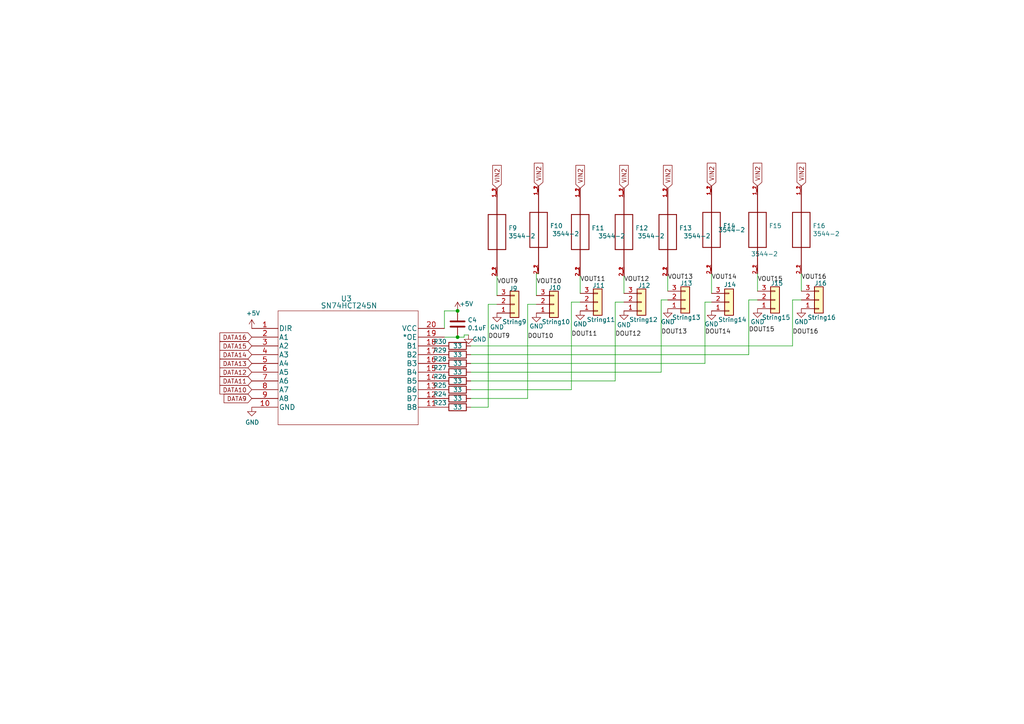
<source format=kicad_sch>
(kicad_sch (version 20211123) (generator eeschema)
  (paper "A4")
  (title_block (title "Pi_Zero_W_16") (date "2022-08-20") (rev "v1") (company "Scott Hanson"))
  (lib_symbols
    (symbol "Connector_Generic:Conn_01x03" (pin_names (offset 1.016) hide)
      (property "Reference" "J" (at 0 5.08 0))
      (property "Value" "Conn_01x03" (at 0 -5.08 0))
      (symbol "Conn_01x03_1_1"
        (rectangle (start -1.27 -2.413) (end 0 -2.667) (stroke (width 0.1524)))
        (rectangle (start -1.27 0.127) (end 0 -0.127) (stroke (width 0.1524)))
        (rectangle (start -1.27 2.667) (end 0 2.413) (stroke (width 0.1524)))
        (rectangle (start -1.27 3.81) (end 1.27 -3.81) (stroke (width 0.254)) (fill (type background)))
        (pin passive line (at -5.08 2.54 0) (length 3.81) (name "Pin_1") (number "1"))
        (pin passive line (at -5.08 0 0) (length 3.81) (name "Pin_2") (number "2"))
        (pin passive line (at -5.08 -2.54 0) (length 3.81) (name "Pin_3") (number "3"))
      )
    )
    (symbol "Device:R" (pin_numbers hide) (pin_names (offset 0))
      (property "Reference" "R" (at 2.032 0 90))
      (property "Value" "R" (at 0 0 90))
      (symbol "R_0_1"
        (rectangle (start -1.016 -2.54) (end 1.016 2.54) (stroke (width 0.254)))
      )
      (symbol "R_1_1"
        (pin passive line (at 0 3.81 270) (length 1.27) (name "~") (number "1"))
        (pin passive line (at 0 -3.81 90) (length 1.27) (name "~") (number "2"))
      )
    )
    (symbol "Pi_Zero_W_16-rescue:3544-2-Keystone_Fuse" (pin_names (offset 1.016) hide)
      (property "Reference" "F" (at -5.08 3.302 0))
      (property "Value" "3544-2-Keystone_Fuse" (at -5.08 -5.08 0))
      (symbol "3544-2-Keystone_Fuse_0_0"
        (polyline (pts (xy -12.7 0) (xy 12.7 0)) (stroke (width 0.254)))
        (polyline (pts (xy -5.08 -2.54) (xy -5.08 2.54)) (stroke (width 0.254)))
        (polyline (pts (xy -5.08 2.54) (xy 5.08 2.54)) (stroke (width 0.254)))
        (polyline (pts (xy 5.08 -2.54) (xy -5.08 -2.54)) (stroke (width 0.254)))
        (polyline (pts (xy 5.08 2.54) (xy 5.08 -2.54)) (stroke (width 0.254)))
        (pin passive line (at -12.7 0 0) (length 2.54) (name "1") (number "1_1"))
        (pin passive line (at -12.7 0 0) (length 2.54) (name "1") (number "1_2"))
        (pin passive line (at 12.7 0 180) (length 2.54) (name "2") (number "2_1"))
        (pin passive line (at 12.7 0 180) (length 2.54) (name "2") (number "2_2"))
      )
    )
    (symbol "Pi_Zero_W_16-rescue:C-Device" (pin_numbers hide) (pin_names (offset 0.254))
      (property "Reference" "C" (at 0.635 2.54 0))
      (property "Value" "C-Device" (at 0.635 -2.54 0))
      (symbol "C-Device_0_1"
        (polyline (pts (xy -2.032 -0.762) (xy 2.032 -0.762)) (stroke (width 0.508)))
        (polyline (pts (xy -2.032 0.762) (xy 2.032 0.762)) (stroke (width 0.508)))
      )
      (symbol "C-Device_1_1"
        (pin passive line (at 0 3.81 270) (length 2.794) (name "~") (number "1"))
        (pin passive line (at 0 -3.81 90) (length 2.794) (name "~") (number "2"))
      )
    )
    (symbol "Pi_Zero_W_16-rescue:SN74HCT245N-SN74HCT245N" (pin_names (offset 0.254))
      (property "Reference" "U" (at 27.94 10.16 0))
      (property "Value" "SN74HCT245N-SN74HCT245N" (at 27.94 7.62 0))
      (symbol "SN74HCT245N-SN74HCT245N_1_0"
        (polyline (pts (xy 7.62 -27.94) (xy 48.26 -27.94)) (stroke (width 0.127)))
        (polyline (pts (xy 7.62 5.08) (xy 7.62 -27.94)) (stroke (width 0.127)))
        (polyline (pts (xy 48.26 -27.94) (xy 48.26 5.08)) (stroke (width 0.127)))
        (polyline (pts (xy 48.26 5.08) (xy 7.62 5.08)) (stroke (width 0.127)))
        (pin input line (at 0 0 0) (length 7.62) (name "DIR") (number "1"))
        (pin power_in line (at 0 -22.86 0) (length 7.62) (name "GND") (number "10"))
        (pin bidirectional line (at 55.88 -22.86 180) (length 7.62) (name "B8") (number "11"))
        (pin bidirectional line (at 55.88 -20.32 180) (length 7.62) (name "B7") (number "12"))
        (pin bidirectional line (at 55.88 -17.78 180) (length 7.62) (name "B6") (number "13"))
        (pin bidirectional line (at 55.88 -15.24 180) (length 7.62) (name "B5") (number "14"))
        (pin bidirectional line (at 55.88 -12.7 180) (length 7.62) (name "B4") (number "15"))
        (pin bidirectional line (at 55.88 -10.16 180) (length 7.62) (name "B3") (number "16"))
        (pin bidirectional line (at 55.88 -7.62 180) (length 7.62) (name "B2") (number "17"))
        (pin bidirectional line (at 55.88 -5.08 180) (length 7.62) (name "B1") (number "18"))
        (pin input line (at 55.88 -2.54 180) (length 7.62) (name "*OE") (number "19"))
        (pin bidirectional line (at 0 -2.54 0) (length 7.62) (name "A1") (number "2"))
        (pin power_in line (at 55.88 0 180) (length 7.62) (name "VCC") (number "20"))
        (pin bidirectional line (at 0 -5.08 0) (length 7.62) (name "A2") (number "3"))
        (pin bidirectional line (at 0 -7.62 0) (length 7.62) (name "A3") (number "4"))
        (pin bidirectional line (at 0 -10.16 0) (length 7.62) (name "A4") (number "5"))
        (pin bidirectional line (at 0 -12.7 0) (length 7.62) (name "A5") (number "6"))
        (pin bidirectional line (at 0 -15.24 0) (length 7.62) (name "A6") (number "7"))
        (pin bidirectional line (at 0 -17.78 0) (length 7.62) (name "A7") (number "8"))
        (pin bidirectional line (at 0 -20.32 0) (length 7.62) (name "A8") (number "9"))
      )
    )
    (symbol "power:+5V" (power) (pin_names (offset 0))
      (property "Value" "+5V" (at 0 3.556 0))
      (symbol "+5V_0_1"
        (polyline (pts (xy -0.762 1.27) (xy 0 2.54)))
        (polyline (pts (xy 0 0) (xy 0 2.54)))
        (polyline (pts (xy 0 2.54) (xy 0.762 1.27)))
      )
      (symbol "+5V_1_1"
        (pin power_in line (at 0 0 90) (length 0) hide (name "+5V") (number "1"))
      )
    )
    (symbol "power:GND" (power) (pin_names (offset 0))
      (property "Value" "GND" (at 0 -3.81 0))
      (symbol "GND_0_1"
        (polyline (pts (xy 0 0) (xy 0 -1.27) (xy 1.27 -1.27) (xy 0 -2.54) (xy -1.27 -1.27) (xy 0 -1.27)))
      )
      (symbol "GND_1_1"
        (pin power_in line (at 0 0 270) (length 0) hide (name "GND") (number "1"))
      )
    )
  )
  (junction (at 132.715 97.79))
  (junction (at 132.715 90.17))
  (wire (pts (xy 141.605 88.265) (xy 141.605 118.11)))
  (wire (pts (xy 165.735 87.63) (xy 168.275 87.63)))
  (wire (pts (xy 232.41 84.455) (xy 232.41 79.375)))
  (wire (pts (xy 132.715 97.79) (xy 128.905 97.79)))
  (wire (pts (xy 229.87 86.995) (xy 229.87 100.33)))
  (wire (pts (xy 155.575 79.375) (xy 156.21 79.375)))
  (wire (pts (xy 206.375 87.63) (xy 204.47 87.63)))
  (wire (pts (xy 178.435 87.63) (xy 178.435 110.49)))
  (wire (pts (xy 191.77 107.95) (xy 191.77 86.995)))
  (wire (pts (xy 141.605 88.265) (xy 144.145 88.265)))
  (wire (pts (xy 136.525 102.87) (xy 217.17 102.87)))
  (wire (pts (xy 136.525 110.49) (xy 178.435 110.49)))
  (wire (pts (xy 180.975 87.63) (xy 178.435 87.63)))
  (wire (pts (xy 136.525 100.33) (xy 229.87 100.33)))
  (wire (pts (xy 193.675 84.455) (xy 193.675 80.01)))
  (wire (pts (xy 134.62 97.79) (xy 132.715 97.79)))
  (wire (pts (xy 204.47 87.63) (xy 204.47 105.41)))
  (wire (pts (xy 232.41 86.995) (xy 229.87 86.995)))
  (wire (pts (xy 206.375 79.375) (xy 206.375 85.09)))
  (wire (pts (xy 144.145 80.01) (xy 144.145 85.725)))
  (wire (pts (xy 165.735 113.03) (xy 165.735 87.63)))
  (wire (pts (xy 155.575 88.265) (xy 153.035 88.265)))
  (wire (pts (xy 219.71 79.375) (xy 219.71 84.455)))
  (wire (pts (xy 136.525 105.41) (xy 204.47 105.41)))
  (wire (pts (xy 168.275 80.01) (xy 168.275 85.09)))
  (wire (pts (xy 136.525 113.03) (xy 165.735 113.03)))
  (wire (pts (xy 132.715 90.17) (xy 128.905 90.17)))
  (wire (pts (xy 180.975 85.09) (xy 180.975 80.01)))
  (wire (pts (xy 136.525 115.57) (xy 153.035 115.57)))
  (wire (pts (xy 217.17 86.995) (xy 219.71 86.995)))
  (wire (pts (xy 128.905 90.17) (xy 128.905 95.25)))
  (wire (pts (xy 191.77 86.995) (xy 193.675 86.995)))
  (wire (pts (xy 136.525 107.95) (xy 191.77 107.95)))
  (wire (pts (xy 135.89 97.155) (xy 134.62 97.155)))
  (wire (pts (xy 155.575 85.725) (xy 155.575 79.375)))
  (wire (pts (xy 136.525 118.11) (xy 141.605 118.11)))
  (wire (pts (xy 134.62 97.155) (xy 134.62 97.79)))
  (wire (pts (xy 153.035 88.265) (xy 153.035 115.57)))
  (wire (pts (xy 217.17 102.87) (xy 217.17 86.995)))
  (label "DOUT16" (at 229.87 97.155 0))
  (label "VOUT13" (at 193.675 81.28 0))
  (label "DOUT11" (at 165.735 97.79 0))
  (label "DOUT9" (at 141.605 98.425 0))
  (label "VOUT12" (at 180.975 81.915 0))
  (label "VOUT16" (at 232.41 81.28 0))
  (label "DOUT14" (at 204.47 97.155 0))
  (label "DOUT15" (at 217.17 96.52 0))
  (label "VOUT11" (at 168.275 81.915 0))
  (label "DOUT12" (at 178.435 97.79 0))
  (label "DOUT13" (at 191.77 97.155 0))
  (label "VOUT14" (at 206.375 81.28 0))
  (label "DOUT10" (at 153.035 98.425 0))
  (label "VOUT9" (at 144.145 82.55 0))
  (label "VOUT10" (at 155.575 82.55 0))
  (label "VOUT15" (at 219.71 81.915 0))
  (global_label "DATA10" (shape input) (at 73.025 113.03 180) (property "Intersheet References" "${INTERSHEET_REFS}" (effects hide)))
  (global_label "DATA13" (shape input) (at 73.025 105.41 180) (property "Intersheet References" "${INTERSHEET_REFS}" (effects hide)))
  (global_label "DATA12" (shape input) (at 73.025 107.95 180) (property "Intersheet References" "${INTERSHEET_REFS}" (effects hide)))
  (global_label "VIN2" (shape input) (at 156.21 53.975 90) (property "Intersheet References" "${INTERSHEET_REFS}" (effects hide)))
  (global_label "VIN2" (shape input) (at 232.41 53.975 90) (property "Intersheet References" "${INTERSHEET_REFS}" (effects hide)))
  (global_label "VIN2" (shape input) (at 219.71 53.975 90) (property "Intersheet References" "${INTERSHEET_REFS}" (effects hide)))
  (global_label "DATA11" (shape input) (at 73.025 110.49 180) (property "Intersheet References" "${INTERSHEET_REFS}" (effects hide)))
  (global_label "VIN2" (shape input) (at 144.145 54.61 90) (property "Intersheet References" "${INTERSHEET_REFS}" (effects hide)))
  (global_label "VIN2" (shape input) (at 168.275 54.61 90) (property "Intersheet References" "${INTERSHEET_REFS}" (effects hide)))
  (global_label "DATA16" (shape input) (at 73.025 97.79 180) (property "Intersheet References" "${INTERSHEET_REFS}" (effects hide)))
  (global_label "DATA9" (shape input) (at 73.025 115.57 180) (property "Intersheet References" "${INTERSHEET_REFS}" (effects hide)))
  (global_label "VIN2" (shape input) (at 193.675 54.61 90) (property "Intersheet References" "${INTERSHEET_REFS}" (effects hide)))
  (global_label "DATA14" (shape input) (at 73.025 102.87 180) (property "Intersheet References" "${INTERSHEET_REFS}" (effects hide)))
  (global_label "DATA15" (shape input) (at 73.025 100.33 180) (property "Intersheet References" "${INTERSHEET_REFS}" (effects hide)))
  (global_label "VIN2" (shape input) (at 180.975 54.61 90) (property "Intersheet References" "${INTERSHEET_REFS}" (effects hide)))
  (global_label "VIN2" (shape input) (at 206.375 53.975 90) (property "Intersheet References" "${INTERSHEET_REFS}" (effects hide)))
  (symbol (lib_id "Connector_Generic:Conn_01x03") (at 149.225 88.265 0) (mirror x) (unit 1)
    (property "Reference" "J9" (at 147.701 83.693 0) (effects (justify left)))
    (property "Value" "String9" (at 145.669 93.345 0) (effects (justify left)))
    (property "Footprint" "Scotts:PhoenixContact_MCV_3.81mm_3.5mm_1x03_Vertical" (effects hide))
    (property "Digi-Key_PN" "277-5737-ND/ED10555-ND" (effects hide))
    (property "MPN" "1843619/OSTTJ0311530" (effects hide))
    (property "LCSC" "C192778" (effects hide))
  )
  (symbol (lib_id "Connector_Generic:Conn_01x03") (at 160.655 88.265 0) (mirror x) (unit 1)
    (property "Reference" "J10" (at 159.131 83.439 0) (effects (justify left)))
    (property "Value" "String10" (at 157.099 93.345 0) (effects (justify left)))
    (property "Footprint" "Scotts:PhoenixContact_MCV_3.81mm_3.5mm_1x03_Vertical" (effects hide))
    (property "Digi-Key_PN" "277-5737-ND/ED10555-ND" (effects hide))
    (property "MPN" "1843619/OSTTJ0311530" (effects hide))
    (property "LCSC" "C192778" (effects hide))
  )
  (symbol (lib_id "Connector_Generic:Conn_01x03") (at 173.355 87.63 0) (mirror x) (unit 1)
    (property "Reference" "J11" (at 171.831 82.804 0) (effects (justify left)))
    (property "Value" "String11" (at 170.18 92.71 0) (effects (justify left)))
    (property "Footprint" "Scotts:PhoenixContact_MCV_3.81mm_3.5mm_1x03_Vertical" (effects hide))
    (property "Digi-Key_PN" "277-5737-ND/ED10555-ND" (effects hide))
    (property "MPN" "1843619/OSTTJ0311530" (effects hide))
    (property "LCSC" "C192778" (effects hide))
  )
  (symbol (lib_id "Connector_Generic:Conn_01x03") (at 186.055 87.63 0) (mirror x) (unit 1)
    (property "Reference" "J12" (at 185.039 82.804 0) (effects (justify left)))
    (property "Value" "String12" (at 182.499 92.71 0) (effects (justify left)))
    (property "Footprint" "Scotts:PhoenixContact_MCV_3.81mm_3.5mm_1x03_Vertical" (effects hide))
    (property "Digi-Key_PN" "277-5737-ND/ED10555-ND" (effects hide))
    (property "MPN" "1843619/OSTTJ0311530" (effects hide))
    (property "LCSC" "C192778" (effects hide))
  )
  (symbol (lib_id "Connector_Generic:Conn_01x03") (at 198.755 86.995 0) (mirror x) (unit 1)
    (property "Reference" "J13" (at 197.231 82.169 0) (effects (justify left)))
    (property "Value" "String13" (at 194.945 92.075 0) (effects (justify left)))
    (property "Footprint" "Scotts:PhoenixContact_MCV_3.81mm_3.5mm_1x03_Vertical" (effects hide))
    (property "Digi-Key_PN" "277-5737-ND/ED10555-ND" (effects hide))
    (property "MPN" "1843619/OSTTJ0311530" (effects hide))
    (property "LCSC" "C192778" (effects hide))
  )
  (symbol (lib_id "Connector_Generic:Conn_01x03") (at 211.455 87.63 0) (mirror x) (unit 1)
    (property "Reference" "J14" (at 209.931 82.55 0) (effects (justify left)))
    (property "Value" "String14" (at 208.28 92.71 0) (effects (justify left)))
    (property "Footprint" "Scotts:PhoenixContact_MCV_3.81mm_3.5mm_1x03_Vertical" (effects hide))
    (property "Digi-Key_PN" "277-5737-ND/ED10555-ND" (effects hide))
    (property "MPN" "1843619/OSTTJ0311530" (effects hide))
    (property "LCSC" "C192778" (effects hide))
  )
  (symbol (lib_id "Connector_Generic:Conn_01x03") (at 224.79 86.995 0) (mirror x) (unit 1)
    (property "Reference" "J15" (at 223.52 82.169 0) (effects (justify left)))
    (property "Value" "String15" (at 220.98 92.075 0) (effects (justify left)))
    (property "Footprint" "Scotts:PhoenixContact_MCV_3.81mm_3.5mm_1x03_Vertical" (effects hide))
    (property "Digi-Key_PN" "277-5737-ND/ED10555-ND" (effects hide))
    (property "MPN" "1843619/OSTTJ0311530" (effects hide))
    (property "LCSC" "C192778" (effects hide))
  )
  (symbol (lib_id "Connector_Generic:Conn_01x03") (at 237.49 86.995 0) (mirror x) (unit 1)
    (property "Reference" "J16" (at 236.22 82.169 0) (effects (justify left)))
    (property "Value" "String16" (at 234.188 92.075 0) (effects (justify left)))
    (property "Footprint" "Scotts:PhoenixContact_MCV_3.81mm_3.5mm_1x03_Vertical" (effects hide))
    (property "Digi-Key_PN" "277-5737-ND/ED10555-ND" (effects hide))
    (property "MPN" "1843619/OSTTJ0311530" (effects hide))
    (property "LCSC" "C192778" (effects hide))
  )
  (symbol (lib_id "power:GND") (at 144.145 90.805 0) (unit 1)
    (property "Reference" "#PWR024" (effects hide))
    (property "Value" "GND" (at 144.145 94.869 0))
  )
  (symbol (lib_id "power:GND") (at 155.575 90.805 0) (unit 1)
    (property "Reference" "#PWR025" (effects hide))
    (property "Value" "GND" (at 155.575 94.615 0))
  )
  (symbol (lib_id "power:GND") (at 168.275 90.17 0) (unit 1)
    (property "Reference" "#PWR026" (effects hide))
    (property "Value" "GND" (at 168.275 93.98 0))
  )
  (symbol (lib_id "power:GND") (at 180.975 90.17 0) (unit 1)
    (property "Reference" "#PWR027" (effects hide))
    (property "Value" "GND" (at 180.975 94.234 0))
  )
  (symbol (lib_id "power:GND") (at 193.675 89.535 0) (unit 1)
    (property "Reference" "#PWR028" (effects hide))
    (property "Value" "GND" (at 193.675 93.345 0))
  )
  (symbol (lib_id "power:GND") (at 206.375 90.17 0) (unit 1)
    (property "Reference" "#PWR029" (effects hide))
    (property "Value" "GND" (at 206.375 93.98 0))
  )
  (symbol (lib_id "power:GND") (at 219.71 89.535 0) (unit 1)
    (property "Reference" "#PWR030" (effects hide))
    (property "Value" "GND" (at 219.71 93.345 0))
  )
  (symbol (lib_id "power:GND") (at 232.41 89.535 0) (unit 1)
    (property "Reference" "#PWR031" (effects hide))
    (property "Value" "GND" (at 232.41 93.345 0))
  )
  (symbol (lib_id "Pi_Zero_W_16-rescue:3544-2-Keystone_Fuse") (at 156.21 66.675 270) (unit 1)
    (property "Reference" "F10" (at 159.512 65.5066 90) (effects (justify left)))
    (property "Value" "3544-2" (at 160.147 67.818 90) (effects (justify left)))
    (property "Footprint" "Scotts:FUSE_3544-2" (effects hide))
    (property "Field4" "3544-2" (effects hide))
    (property "Field5" "None" (effects hide))
    (property "Field6" "Unavailable" (effects hide))
    (property "Field7" "Fuse Clip; 500 VAC; 30 A; PCB; For 0.110 in. x 0.032 in. mini blade fuses" (effects hide))
    (property "Field8" "Keystone Electronics" (effects hide))
    (property "Digi-Key_PN" "36-3544-2-ND" (effects hide))
    (property "MPN" "3544-2" (effects hide))
    (property "LCSC" "C492610" (effects hide))
  )
  (symbol (lib_id "Pi_Zero_W_16-rescue:3544-2-Keystone_Fuse") (at 168.275 67.31 270) (unit 1)
    (property "Reference" "F11" (at 171.577 66.1416 90) (effects (justify left)))
    (property "Value" "3544-2" (at 173.482 68.453 90) (effects (justify left)))
    (property "Footprint" "Scotts:FUSE_3544-2" (effects hide))
    (property "Field4" "3544-2" (effects hide))
    (property "Field5" "None" (effects hide))
    (property "Field6" "Unavailable" (effects hide))
    (property "Field7" "Fuse Clip; 500 VAC; 30 A; PCB; For 0.110 in. x 0.032 in. mini blade fuses" (effects hide))
    (property "Field8" "Keystone Electronics" (effects hide))
    (property "Digi-Key_PN" "36-3544-2-ND" (effects hide))
    (property "MPN" "3544-2" (effects hide))
    (property "LCSC" "C492610" (effects hide))
  )
  (symbol (lib_id "Pi_Zero_W_16-rescue:3544-2-Keystone_Fuse") (at 180.975 67.31 270) (unit 1)
    (property "Reference" "F12" (at 184.277 66.1416 90) (effects (justify left)))
    (property "Value" "3544-2" (at 184.912 68.453 90) (effects (justify left)))
    (property "Footprint" "Scotts:FUSE_3544-2" (effects hide))
    (property "Field4" "3544-2" (effects hide))
    (property "Field5" "None" (effects hide))
    (property "Field6" "Unavailable" (effects hide))
    (property "Field7" "Fuse Clip; 500 VAC; 30 A; PCB; For 0.110 in. x 0.032 in. mini blade fuses" (effects hide))
    (property "Field8" "Keystone Electronics" (effects hide))
    (property "Digi-Key_PN" "36-3544-2-ND" (effects hide))
    (property "MPN" "3544-2" (effects hide))
    (property "LCSC" "C492610" (effects hide))
  )
  (symbol (lib_id "Pi_Zero_W_16-rescue:3544-2-Keystone_Fuse") (at 193.675 67.31 270) (unit 1)
    (property "Reference" "F13" (at 196.977 66.1416 90) (effects (justify left)))
    (property "Value" "3544-2" (at 198.247 68.453 90) (effects (justify left)))
    (property "Footprint" "Scotts:FUSE_3544-2" (effects hide))
    (property "Field4" "3544-2" (effects hide))
    (property "Field5" "None" (effects hide))
    (property "Field6" "Unavailable" (effects hide))
    (property "Field7" "Fuse Clip; 500 VAC; 30 A; PCB; For 0.110 in. x 0.032 in. mini blade fuses" (effects hide))
    (property "Field8" "Keystone Electronics" (effects hide))
    (property "Digi-Key_PN" "36-3544-2-ND" (effects hide))
    (property "MPN" "3544-2" (effects hide))
    (property "LCSC" "C492610" (effects hide))
  )
  (symbol (lib_id "Pi_Zero_W_16-rescue:3544-2-Keystone_Fuse") (at 206.375 66.675 270) (unit 1)
    (property "Reference" "F14" (at 209.677 65.5066 90) (effects (justify left)))
    (property "Value" "3544-2" (at 208.28 66.675 90) (effects (justify left)))
    (property "Footprint" "Scotts:FUSE_3544-2" (effects hide))
    (property "Field4" "3544-2" (effects hide))
    (property "Field5" "None" (effects hide))
    (property "Field6" "Unavailable" (effects hide))
    (property "Field7" "Fuse Clip; 500 VAC; 30 A; PCB; For 0.110 in. x 0.032 in. mini blade fuses" (effects hide))
    (property "Field8" "Keystone Electronics" (effects hide))
    (property "Digi-Key_PN" "36-3544-2-ND" (effects hide))
    (property "MPN" "3544-2" (effects hide))
    (property "LCSC" "C492610" (effects hide))
  )
  (symbol (lib_id "Pi_Zero_W_16-rescue:3544-2-Keystone_Fuse") (at 219.71 66.675 270) (unit 1)
    (property "Reference" "F15" (at 223.012 65.5066 90) (effects (justify left)))
    (property "Value" "3544-2" (at 217.805 73.66 90) (effects (justify left)))
    (property "Footprint" "Scotts:FUSE_3544-2" (effects hide))
    (property "Field4" "3544-2" (effects hide))
    (property "Field5" "None" (effects hide))
    (property "Field6" "Unavailable" (effects hide))
    (property "Field7" "Fuse Clip; 500 VAC; 30 A; PCB; For 0.110 in. x 0.032 in. mini blade fuses" (effects hide))
    (property "Field8" "Keystone Electronics" (effects hide))
    (property "Digi-Key_PN" "36-3544-2-ND" (effects hide))
    (property "MPN" "3544-2" (effects hide))
    (property "LCSC" "C492610" (effects hide))
  )
  (symbol (lib_id "Pi_Zero_W_16-rescue:3544-2-Keystone_Fuse") (at 232.41 66.675 270) (unit 1)
    (property "Reference" "F16" (at 235.712 65.5066 90) (effects (justify left)))
    (property "Value" "3544-2" (at 235.712 67.818 90) (effects (justify left)))
    (property "Footprint" "Scotts:FUSE_3544-2" (effects hide))
    (property "Field4" "3544-2" (effects hide))
    (property "Field5" "None" (effects hide))
    (property "Field6" "Unavailable" (effects hide))
    (property "Field7" "Fuse Clip; 500 VAC; 30 A; PCB; For 0.110 in. x 0.032 in. mini blade fuses" (effects hide))
    (property "Field8" "Keystone Electronics" (effects hide))
    (property "Digi-Key_PN" "36-3544-2-ND" (effects hide))
    (property "MPN" "3544-2" (effects hide))
    (property "LCSC" "C492610" (effects hide))
  )
  (symbol (lib_id "power:GND") (at 135.89 97.155 0) (unit 1)
    (property "Reference" "#PWR023" (effects hide))
    (property "Value" "GND" (at 139.065 98.425 0))
  )
  (symbol (lib_id "power:+5V") (at 73.025 95.25 0) (unit 1)
    (property "Reference" "#PWR020" (effects hide))
    (property "Value" "+5V" (at 73.406 90.8558 0))
  )
  (symbol (lib_id "power:GND") (at 73.025 118.11 0) (unit 1)
    (property "Reference" "#PWR021" (effects hide))
    (property "Value" "GND" (at 73.152 122.5042 0))
  )
  (symbol (lib_id "Pi_Zero_W_16-rescue:C-Device") (at 132.715 93.98 0) (unit 1)
    (property "Reference" "C4" (at 135.636 92.8116 0) (effects (justify left)))
    (property "Value" "0.1uF" (at 135.636 95.123 0) (effects (justify left)))
    (property "Footprint" "Capacitor_SMD:C_0603_1608Metric_Pad1.08x0.95mm_HandSolder" (effects hide))
    (property "Digi-Key_PN" "1276-1935-2-ND" (effects hide))
    (property "MPN" "CL10B104KB8NNWC" (effects hide))
    (property "LCSC" "C14663" (effects hide))
  )
  (symbol (lib_id "power:+5V") (at 132.715 90.17 0) (unit 1)
    (property "Reference" "#PWR022" (effects hide))
    (property "Value" "+5V" (at 135.255 88.138 0))
  )
  (symbol (lib_id "Pi_Zero_W_16-rescue:SN74HCT245N-SN74HCT245N") (at 73.025 95.25 0) (unit 1)
    (property "Reference" "U3" (at 100.457 86.614 0) (effects (font (size 1.524 1.524))))
    (property "Value" "SN74HCT245N" (at 101.219 88.646 0) (effects (font (size 1.524 1.524))))
    (property "Footprint" "SN74HCT245NSR:SN74HCT245NSR" (effects hide))
    (property "Digi-Key_PN" "296-15849-1-ND" (effects hide))
    (property "MPN" "SN74HCT245NSR" (effects hide))
    (property "LCSC" "C133641" (effects hide))
  )
  (symbol (lib_id "Pi_Zero_W_16-rescue:3544-2-Keystone_Fuse") (at 144.145 67.31 270) (unit 1)
    (property "Reference" "F9" (at 147.447 66.1416 90) (effects (justify left)))
    (property "Value" "3544-2" (at 147.447 68.453 90) (effects (justify left)))
    (property "Footprint" "Scotts:FUSE_3544-2" (effects hide))
    (property "Field4" "3544-2" (effects hide))
    (property "Field5" "None" (effects hide))
    (property "Field6" "Unavailable" (effects hide))
    (property "Field7" "Fuse Clip; 500 VAC; 30 A; PCB; For 0.110 in. x 0.032 in. mini blade fuses" (effects hide))
    (property "Field8" "Keystone Electronics" (effects hide))
    (property "Digi-Key_PN" "36-3544-2-ND" (effects hide))
    (property "MPN" "3544-2" (effects hide))
    (property "LCSC" "C492610" (effects hide))
  )
  (symbol (lib_id "Device:R") (at 132.715 115.57 90) (unit 1)
    (property "Reference" "R24" (at 127.635 114.3 90))
    (property "Value" "33" (at 132.715 115.57 90))
    (property "Footprint" "Resistor_SMD:R_0603_1608Metric_Pad0.98x0.95mm_HandSolder" (effects hide))
    (property "LCSC" "C23140" (effects hide))
    (property "Digi-Key_PN" "311-33.0HRCT-ND" (effects hide))
    (property "MPN" "RC0603FR-0733RL" (effects hide))
  )
  (symbol (lib_id "Device:R") (at 132.715 113.03 90) (unit 1)
    (property "Reference" "R25" (at 127.635 111.76 90))
    (property "Value" "33" (at 132.715 113.03 90))
    (property "Footprint" "Resistor_SMD:R_0603_1608Metric_Pad0.98x0.95mm_HandSolder" (effects hide))
    (property "LCSC" "C23140" (effects hide))
    (property "Digi-Key_PN" "311-33.0HRCT-ND" (effects hide))
    (property "MPN" "RC0603FR-0733RL" (effects hide))
  )
  (symbol (lib_id "Device:R") (at 132.715 118.11 90) (unit 1)
    (property "Reference" "R23" (at 127.635 116.84 90))
    (property "Value" "33" (at 132.715 118.11 90))
    (property "Footprint" "Resistor_SMD:R_0603_1608Metric_Pad0.98x0.95mm_HandSolder" (effects hide))
    (property "LCSC" "C23140" (effects hide))
    (property "Digi-Key_PN" "311-33.0HRCT-ND" (effects hide))
    (property "MPN" "RC0603FR-0733RL" (effects hide))
  )
  (symbol (lib_id "Device:R") (at 132.715 110.49 90) (unit 1)
    (property "Reference" "R26" (at 127.635 109.22 90))
    (property "Value" "33" (at 132.715 110.49 90))
    (property "Footprint" "Resistor_SMD:R_0603_1608Metric_Pad0.98x0.95mm_HandSolder" (effects hide))
    (property "LCSC" "C23140" (effects hide))
    (property "Digi-Key_PN" "311-33.0HRCT-ND" (effects hide))
    (property "MPN" "RC0603FR-0733RL" (effects hide))
  )
  (symbol (lib_id "Device:R") (at 132.715 100.33 90) (unit 1)
    (property "Reference" "R30" (at 127.635 99.06 90))
    (property "Value" "33" (at 132.715 100.33 90))
    (property "Footprint" "Resistor_SMD:R_0603_1608Metric_Pad0.98x0.95mm_HandSolder" (effects hide))
    (property "LCSC" "C23140" (effects hide))
    (property "Digi-Key_PN" "311-33.0HRCT-ND" (effects hide))
    (property "MPN" "RC0603FR-0733RL" (effects hide))
  )
  (symbol (lib_id "Device:R") (at 132.715 107.95 90) (unit 1)
    (property "Reference" "R27" (at 127.635 106.68 90))
    (property "Value" "33" (at 132.715 107.95 90))
    (property "Footprint" "Resistor_SMD:R_0603_1608Metric_Pad0.98x0.95mm_HandSolder" (effects hide))
    (property "LCSC" "C23140" (effects hide))
    (property "Digi-Key_PN" "311-33.0HRCT-ND" (effects hide))
    (property "MPN" "RC0603FR-0733RL" (effects hide))
  )
  (symbol (lib_id "Device:R") (at 132.715 105.41 90) (unit 1)
    (property "Reference" "R28" (at 127.635 104.14 90))
    (property "Value" "33" (at 132.715 105.41 90))
    (property "Footprint" "Resistor_SMD:R_0603_1608Metric_Pad0.98x0.95mm_HandSolder" (effects hide))
    (property "LCSC" "C23140" (effects hide))
    (property "Digi-Key_PN" "311-33.0HRCT-ND" (effects hide))
    (property "MPN" "RC0603FR-0733RL" (effects hide))
  )
  (symbol (lib_id "Device:R") (at 132.715 102.87 90) (unit 1)
    (property "Reference" "R29" (at 127.635 101.6 90))
    (property "Value" "33" (at 132.715 102.87 90))
    (property "Footprint" "Resistor_SMD:R_0603_1608Metric_Pad0.98x0.95mm_HandSolder" (effects hide))
    (property "LCSC" "C23140" (effects hide))
    (property "Digi-Key_PN" "311-33.0HRCT-ND" (effects hide))
    (property "MPN" "RC0603FR-0733RL" (effects hide))
  )
)
</source>
